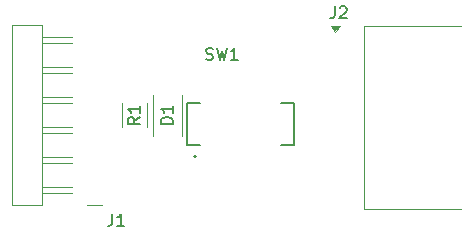
<source format=gbr>
%TF.GenerationSoftware,KiCad,Pcbnew,9.0.0*%
%TF.CreationDate,2025-03-04T01:13:20+05:30*%
%TF.ProjectId,UPDI-FTDI,55504449-2d46-4544-9449-2e6b69636164,rev?*%
%TF.SameCoordinates,Original*%
%TF.FileFunction,Legend,Top*%
%TF.FilePolarity,Positive*%
%FSLAX46Y46*%
G04 Gerber Fmt 4.6, Leading zero omitted, Abs format (unit mm)*
G04 Created by KiCad (PCBNEW 9.0.0) date 2025-03-04 01:13:20*
%MOMM*%
%LPD*%
G01*
G04 APERTURE LIST*
%ADD10C,0.150000*%
%ADD11C,0.120000*%
%ADD12C,0.200000*%
%ADD13C,0.127000*%
%ADD14C,0.100000*%
G04 APERTURE END LIST*
D10*
X113758599Y-50738094D02*
X112758599Y-50738094D01*
X112758599Y-50738094D02*
X112758599Y-50499999D01*
X112758599Y-50499999D02*
X112806218Y-50357142D01*
X112806218Y-50357142D02*
X112901456Y-50261904D01*
X112901456Y-50261904D02*
X112996694Y-50214285D01*
X112996694Y-50214285D02*
X113187170Y-50166666D01*
X113187170Y-50166666D02*
X113330027Y-50166666D01*
X113330027Y-50166666D02*
X113520503Y-50214285D01*
X113520503Y-50214285D02*
X113615741Y-50261904D01*
X113615741Y-50261904D02*
X113710980Y-50357142D01*
X113710980Y-50357142D02*
X113758599Y-50499999D01*
X113758599Y-50499999D02*
X113758599Y-50738094D01*
X113758599Y-49214285D02*
X113758599Y-49785713D01*
X113758599Y-49499999D02*
X112758599Y-49499999D01*
X112758599Y-49499999D02*
X112901456Y-49595237D01*
X112901456Y-49595237D02*
X112996694Y-49690475D01*
X112996694Y-49690475D02*
X113044313Y-49785713D01*
X116591667Y-45272200D02*
X116734524Y-45319819D01*
X116734524Y-45319819D02*
X116972619Y-45319819D01*
X116972619Y-45319819D02*
X117067857Y-45272200D01*
X117067857Y-45272200D02*
X117115476Y-45224580D01*
X117115476Y-45224580D02*
X117163095Y-45129342D01*
X117163095Y-45129342D02*
X117163095Y-45034104D01*
X117163095Y-45034104D02*
X117115476Y-44938866D01*
X117115476Y-44938866D02*
X117067857Y-44891247D01*
X117067857Y-44891247D02*
X116972619Y-44843628D01*
X116972619Y-44843628D02*
X116782143Y-44796009D01*
X116782143Y-44796009D02*
X116686905Y-44748390D01*
X116686905Y-44748390D02*
X116639286Y-44700771D01*
X116639286Y-44700771D02*
X116591667Y-44605533D01*
X116591667Y-44605533D02*
X116591667Y-44510295D01*
X116591667Y-44510295D02*
X116639286Y-44415057D01*
X116639286Y-44415057D02*
X116686905Y-44367438D01*
X116686905Y-44367438D02*
X116782143Y-44319819D01*
X116782143Y-44319819D02*
X117020238Y-44319819D01*
X117020238Y-44319819D02*
X117163095Y-44367438D01*
X117496429Y-44319819D02*
X117734524Y-45319819D01*
X117734524Y-45319819D02*
X117925000Y-44605533D01*
X117925000Y-44605533D02*
X118115476Y-45319819D01*
X118115476Y-45319819D02*
X118353572Y-44319819D01*
X119258333Y-45319819D02*
X118686905Y-45319819D01*
X118972619Y-45319819D02*
X118972619Y-44319819D01*
X118972619Y-44319819D02*
X118877381Y-44462676D01*
X118877381Y-44462676D02*
X118782143Y-44557914D01*
X118782143Y-44557914D02*
X118686905Y-44605533D01*
X110954819Y-50166666D02*
X110478628Y-50499999D01*
X110954819Y-50738094D02*
X109954819Y-50738094D01*
X109954819Y-50738094D02*
X109954819Y-50357142D01*
X109954819Y-50357142D02*
X110002438Y-50261904D01*
X110002438Y-50261904D02*
X110050057Y-50214285D01*
X110050057Y-50214285D02*
X110145295Y-50166666D01*
X110145295Y-50166666D02*
X110288152Y-50166666D01*
X110288152Y-50166666D02*
X110383390Y-50214285D01*
X110383390Y-50214285D02*
X110431009Y-50261904D01*
X110431009Y-50261904D02*
X110478628Y-50357142D01*
X110478628Y-50357142D02*
X110478628Y-50738094D01*
X110954819Y-49214285D02*
X110954819Y-49785713D01*
X110954819Y-49499999D02*
X109954819Y-49499999D01*
X109954819Y-49499999D02*
X110097676Y-49595237D01*
X110097676Y-49595237D02*
X110192914Y-49690475D01*
X110192914Y-49690475D02*
X110240533Y-49785713D01*
X127487493Y-40794819D02*
X127487493Y-41509104D01*
X127487493Y-41509104D02*
X127439874Y-41651961D01*
X127439874Y-41651961D02*
X127344636Y-41747200D01*
X127344636Y-41747200D02*
X127201779Y-41794819D01*
X127201779Y-41794819D02*
X127106541Y-41794819D01*
X127916065Y-40890057D02*
X127963684Y-40842438D01*
X127963684Y-40842438D02*
X128058922Y-40794819D01*
X128058922Y-40794819D02*
X128297017Y-40794819D01*
X128297017Y-40794819D02*
X128392255Y-40842438D01*
X128392255Y-40842438D02*
X128439874Y-40890057D01*
X128439874Y-40890057D02*
X128487493Y-40985295D01*
X128487493Y-40985295D02*
X128487493Y-41080533D01*
X128487493Y-41080533D02*
X128439874Y-41223390D01*
X128439874Y-41223390D02*
X127868446Y-41794819D01*
X127868446Y-41794819D02*
X128487493Y-41794819D01*
X108646493Y-58344819D02*
X108646493Y-59059104D01*
X108646493Y-59059104D02*
X108598874Y-59201961D01*
X108598874Y-59201961D02*
X108503636Y-59297200D01*
X108503636Y-59297200D02*
X108360779Y-59344819D01*
X108360779Y-59344819D02*
X108265541Y-59344819D01*
X109646493Y-59344819D02*
X109075065Y-59344819D01*
X109360779Y-59344819D02*
X109360779Y-58344819D01*
X109360779Y-58344819D02*
X109265541Y-58487676D01*
X109265541Y-58487676D02*
X109170303Y-58582914D01*
X109170303Y-58582914D02*
X109075065Y-58630533D01*
D11*
%TO.C,D1*%
X114553780Y-51750000D02*
X114553780Y-48250000D01*
X112053780Y-51750000D02*
X112053780Y-48250000D01*
D12*
%TO.C,SW1*%
X115760000Y-53500000D02*
G75*
G02*
X115560000Y-53500000I-100000J0D01*
G01*
X115560000Y-53500000D02*
G75*
G02*
X115760000Y-53500000I100000J0D01*
G01*
D13*
X115000000Y-48950000D02*
X115000000Y-52550000D01*
X124000000Y-52550000D02*
X124000000Y-48950000D01*
X124000000Y-48950000D02*
X122920000Y-48950000D01*
X116080000Y-48950000D02*
X115000000Y-48950000D01*
X122920000Y-52550000D02*
X124000000Y-52550000D01*
X115000000Y-52550000D02*
X116080000Y-52550000D01*
D11*
%TO.C,R1*%
X111570000Y-49000000D02*
X111570000Y-51000000D01*
X109430000Y-51000000D02*
X109430000Y-49000000D01*
D14*
%TO.C,J2*%
X129913000Y-42483000D02*
X129913000Y-57977000D01*
X129913000Y-57977000D02*
X138168000Y-57977000D01*
X138168000Y-42483000D02*
X129913000Y-42483000D01*
X127500000Y-42991000D02*
X127119000Y-42483000D01*
X127881000Y-42483000D01*
X127500000Y-42991000D01*
G36*
X127500000Y-42991000D02*
G01*
X127119000Y-42483000D01*
X127881000Y-42483000D01*
X127500000Y-42991000D01*
G37*
D11*
%TO.C,J1*%
X102690000Y-43396000D02*
X105230000Y-43396000D01*
X102690000Y-43904000D02*
X105230000Y-43904000D01*
X102690000Y-45936000D02*
X105230000Y-45936000D01*
X102690000Y-46444000D02*
X105230000Y-46444000D01*
X102690000Y-48476000D02*
X105230000Y-48476000D01*
X102690000Y-48984000D02*
X105230000Y-48984000D01*
X102690000Y-51016000D02*
X105230000Y-51016000D01*
X102690000Y-51524000D02*
X105230000Y-51524000D01*
X102690000Y-53556000D02*
X105230000Y-53556000D01*
X102690000Y-54064000D02*
X105230000Y-54064000D01*
X102690000Y-56096000D02*
X105230000Y-56096000D01*
X102690000Y-56604000D02*
X105230000Y-56604000D01*
X102690000Y-42380000D02*
X102690000Y-57620000D01*
X100150000Y-42380000D02*
X102690000Y-42380000D01*
X100150000Y-57620000D02*
X100150000Y-42380000D01*
X102690000Y-57620000D02*
X100150000Y-57620000D01*
X107770000Y-57620000D02*
X106500000Y-57620000D01*
%TD*%
M02*

</source>
